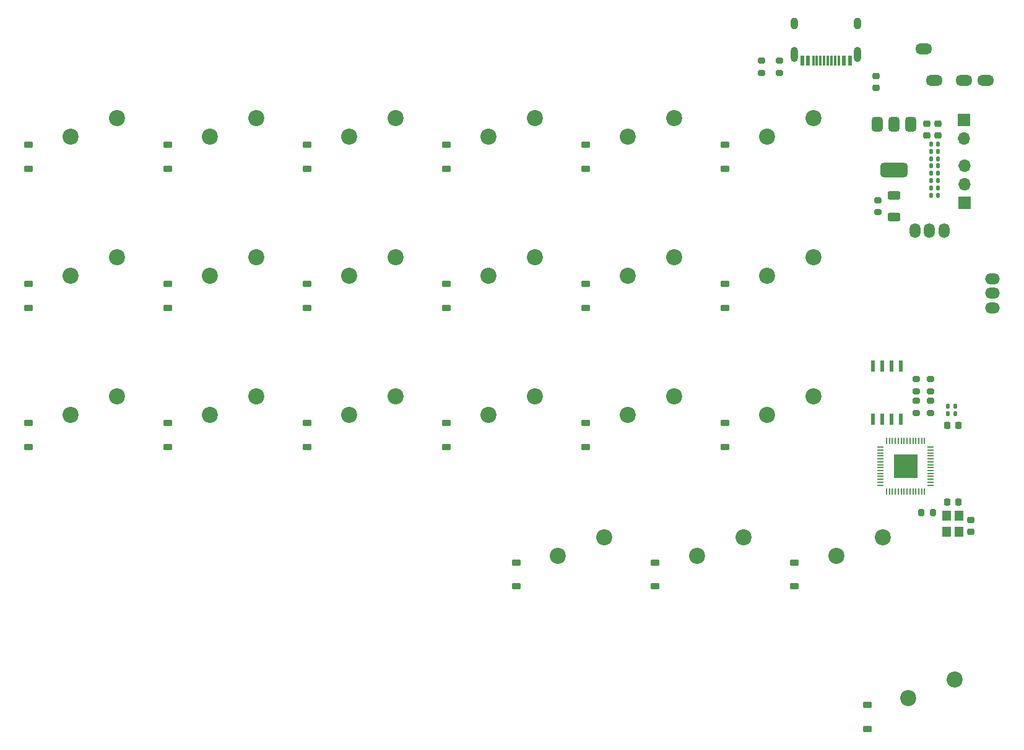
<source format=gbr>
%TF.GenerationSoftware,KiCad,Pcbnew,9.0.0*%
%TF.CreationDate,2025-03-25T03:22:16+09:00*%
%TF.ProjectId,keyboard,6b657962-6f61-4726-942e-6b696361645f,rev?*%
%TF.SameCoordinates,Original*%
%TF.FileFunction,Soldermask,Top*%
%TF.FilePolarity,Negative*%
%FSLAX46Y46*%
G04 Gerber Fmt 4.6, Leading zero omitted, Abs format (unit mm)*
G04 Created by KiCad (PCBNEW 9.0.0) date 2025-03-25 03:22:16*
%MOMM*%
%LPD*%
G01*
G04 APERTURE LIST*
G04 Aperture macros list*
%AMRoundRect*
0 Rectangle with rounded corners*
0 $1 Rounding radius*
0 $2 $3 $4 $5 $6 $7 $8 $9 X,Y pos of 4 corners*
0 Add a 4 corners polygon primitive as box body*
4,1,4,$2,$3,$4,$5,$6,$7,$8,$9,$2,$3,0*
0 Add four circle primitives for the rounded corners*
1,1,$1+$1,$2,$3*
1,1,$1+$1,$4,$5*
1,1,$1+$1,$6,$7*
1,1,$1+$1,$8,$9*
0 Add four rect primitives between the rounded corners*
20,1,$1+$1,$2,$3,$4,$5,0*
20,1,$1+$1,$4,$5,$6,$7,0*
20,1,$1+$1,$6,$7,$8,$9,0*
20,1,$1+$1,$8,$9,$2,$3,0*%
G04 Aperture macros list end*
%ADD10RoundRect,0.225000X-0.250000X0.225000X-0.250000X-0.225000X0.250000X-0.225000X0.250000X0.225000X0*%
%ADD11RoundRect,0.225000X0.375000X-0.225000X0.375000X0.225000X-0.375000X0.225000X-0.375000X-0.225000X0*%
%ADD12C,2.200000*%
%ADD13RoundRect,0.250000X0.625000X-0.312500X0.625000X0.312500X-0.625000X0.312500X-0.625000X-0.312500X0*%
%ADD14RoundRect,0.140000X-0.140000X-0.170000X0.140000X-0.170000X0.140000X0.170000X-0.140000X0.170000X0*%
%ADD15O,1.500000X2.000000*%
%ADD16O,2.000000X1.500000*%
%ADD17RoundRect,0.375000X-0.375000X0.625000X-0.375000X-0.625000X0.375000X-0.625000X0.375000X0.625000X0*%
%ADD18RoundRect,0.500000X-1.400000X0.500000X-1.400000X-0.500000X1.400000X-0.500000X1.400000X0.500000X0*%
%ADD19RoundRect,0.200000X0.275000X-0.200000X0.275000X0.200000X-0.275000X0.200000X-0.275000X-0.200000X0*%
%ADD20RoundRect,0.200000X-0.275000X0.200000X-0.275000X-0.200000X0.275000X-0.200000X0.275000X0.200000X0*%
%ADD21R,0.533400X1.524000*%
%ADD22RoundRect,0.225000X0.250000X-0.225000X0.250000X0.225000X-0.250000X0.225000X-0.250000X-0.225000X0*%
%ADD23RoundRect,0.200000X0.200000X0.275000X-0.200000X0.275000X-0.200000X-0.275000X0.200000X-0.275000X0*%
%ADD24R,0.600000X1.450000*%
%ADD25R,0.300000X1.450000*%
%ADD26O,1.000000X2.100000*%
%ADD27O,1.000000X1.600000*%
%ADD28RoundRect,0.050000X-0.387500X-0.050000X0.387500X-0.050000X0.387500X0.050000X-0.387500X0.050000X0*%
%ADD29RoundRect,0.050000X-0.050000X-0.387500X0.050000X-0.387500X0.050000X0.387500X-0.050000X0.387500X0*%
%ADD30R,3.200000X3.200000*%
%ADD31R,1.700000X1.700000*%
%ADD32O,1.700000X1.700000*%
%ADD33O,2.300000X1.500000*%
%ADD34RoundRect,0.225000X-0.225000X-0.250000X0.225000X-0.250000X0.225000X0.250000X-0.225000X0.250000X0*%
%ADD35RoundRect,0.225000X0.225000X0.250000X-0.225000X0.250000X-0.225000X-0.250000X0.225000X-0.250000X0*%
%ADD36R,1.200000X1.400000*%
G04 APERTURE END LIST*
D10*
%TO.C,C15*%
X205500000Y-114500000D03*
X205500000Y-116050000D03*
%TD*%
D11*
%TO.C,D12*%
X171901000Y-85399000D03*
X171901000Y-82099000D03*
%TD*%
%TO.C,D9*%
X114751000Y-85399000D03*
X114751000Y-82099000D03*
%TD*%
D12*
%TO.C,SW12*%
X183971000Y-78474000D03*
X177621000Y-81014000D03*
%TD*%
D13*
%TO.C,R5*%
X195000000Y-72962500D03*
X195000000Y-70037500D03*
%TD*%
D11*
%TO.C,D6*%
X171901000Y-66349000D03*
X171901000Y-63049000D03*
%TD*%
D12*
%TO.C,SW14*%
X107771000Y-97524000D03*
X101421000Y-100064000D03*
%TD*%
D11*
%TO.C,D20*%
X162321000Y-123574000D03*
X162321000Y-120274000D03*
%TD*%
%TO.C,D3*%
X114751000Y-66349000D03*
X114751000Y-63049000D03*
%TD*%
D14*
%TO.C,C11*%
X202356515Y-99934649D03*
X203316515Y-99934649D03*
%TD*%
D15*
%TO.C,J5*%
X201821000Y-74824000D03*
D16*
X208421000Y-85424000D03*
D15*
X199821000Y-74824000D03*
X197821000Y-74824000D03*
D16*
X208421000Y-81424000D03*
X208421000Y-83424000D03*
%TD*%
D12*
%TO.C,SW18*%
X183971000Y-97524000D03*
X177621000Y-100064000D03*
%TD*%
D11*
%TO.C,D13*%
X76651000Y-104449000D03*
X76651000Y-101149000D03*
%TD*%
D17*
%TO.C,U2*%
X197300000Y-60274000D03*
X195000000Y-60274000D03*
D18*
X195000000Y-66574000D03*
D17*
X192700000Y-60274000D03*
%TD*%
D19*
%TO.C,R9*%
X200000000Y-99825000D03*
X200000000Y-98175000D03*
%TD*%
D20*
%TO.C,R2*%
X176821000Y-51599000D03*
X176821000Y-53249000D03*
%TD*%
D11*
%TO.C,D1*%
X76651000Y-66394000D03*
X76651000Y-63094000D03*
%TD*%
D21*
%TO.C,U3*%
X192095000Y-100644900D03*
X193365000Y-100644900D03*
X194635000Y-100644900D03*
X195905000Y-100644900D03*
X195905000Y-93355100D03*
X194635000Y-93355100D03*
X193365000Y-93355100D03*
X192095000Y-93355100D03*
%TD*%
D12*
%TO.C,SW17*%
X164921000Y-97524000D03*
X158571000Y-100064000D03*
%TD*%
D22*
%TO.C,C10*%
X201000000Y-61775000D03*
X201000000Y-60225000D03*
%TD*%
D23*
%TO.C,R7*%
X200325000Y-113500000D03*
X198675000Y-113500000D03*
%TD*%
D11*
%TO.C,D21*%
X181321000Y-123574000D03*
X181321000Y-120274000D03*
%TD*%
D12*
%TO.C,SW20*%
X174411000Y-116844000D03*
X168061000Y-119384000D03*
%TD*%
%TO.C,SW1*%
X88721000Y-59424000D03*
X82371000Y-61964000D03*
%TD*%
D14*
%TO.C,C4*%
X200020000Y-67000000D03*
X200980000Y-67000000D03*
%TD*%
D24*
%TO.C,J1*%
X188930000Y-51595000D03*
X188130000Y-51595000D03*
D25*
X186930000Y-51595000D03*
X185930000Y-51595000D03*
X185430000Y-51595000D03*
X184430000Y-51595000D03*
D24*
X183230000Y-51595000D03*
X182430000Y-51595000D03*
X182430000Y-51595000D03*
X183230000Y-51595000D03*
D25*
X183930000Y-51595000D03*
X184930000Y-51595000D03*
X186430000Y-51595000D03*
X187430000Y-51595000D03*
D24*
X188130000Y-51595000D03*
X188930000Y-51595000D03*
D26*
X190000000Y-50680000D03*
D27*
X190000000Y-46500000D03*
D26*
X181360000Y-50680000D03*
D27*
X181360000Y-46500000D03*
%TD*%
D14*
%TO.C,C14*%
X200020000Y-66000000D03*
X200980000Y-66000000D03*
%TD*%
D12*
%TO.C,SW11*%
X164921000Y-78474000D03*
X158571000Y-81014000D03*
%TD*%
D11*
%TO.C,D17*%
X152851000Y-104449000D03*
X152851000Y-101149000D03*
%TD*%
%TO.C,D5*%
X152851000Y-66349000D03*
X152851000Y-63049000D03*
%TD*%
%TO.C,D19*%
X143321000Y-123574000D03*
X143321000Y-120274000D03*
%TD*%
D20*
%TO.C,R1*%
X179321000Y-51599000D03*
X179321000Y-53249000D03*
%TD*%
D12*
%TO.C,SW9*%
X126821000Y-78474000D03*
X120471000Y-81014000D03*
%TD*%
%TO.C,SW10*%
X145871000Y-78474000D03*
X139521000Y-81014000D03*
%TD*%
D19*
%TO.C,R8*%
X198000000Y-99825000D03*
X198000000Y-98175000D03*
%TD*%
D11*
%TO.C,D11*%
X152851000Y-85399000D03*
X152851000Y-82099000D03*
%TD*%
D12*
%TO.C,SW15*%
X126821000Y-97524000D03*
X120471000Y-100064000D03*
%TD*%
D11*
%TO.C,D4*%
X133801000Y-66349000D03*
X133801000Y-63049000D03*
%TD*%
D12*
%TO.C,SW5*%
X164921000Y-59424000D03*
X158571000Y-61964000D03*
%TD*%
D14*
%TO.C,C6*%
X200020000Y-69000000D03*
X200980000Y-69000000D03*
%TD*%
D28*
%TO.C,U1*%
X193125000Y-104500000D03*
X193125000Y-104900000D03*
X193125000Y-105300000D03*
X193125000Y-105700000D03*
X193125000Y-106100000D03*
X193125000Y-106500000D03*
X193125000Y-106900000D03*
X193125000Y-107300000D03*
X193125000Y-107700000D03*
X193125000Y-108100000D03*
X193125000Y-108500000D03*
X193125000Y-108900000D03*
X193125000Y-109300000D03*
X193125000Y-109700000D03*
D29*
X193962500Y-110537500D03*
X194362500Y-110537500D03*
X194762500Y-110537500D03*
X195162500Y-110537500D03*
X195562500Y-110537500D03*
X195962500Y-110537500D03*
X196362500Y-110537500D03*
X196762500Y-110537500D03*
X197162500Y-110537500D03*
X197562500Y-110537500D03*
X197962500Y-110537500D03*
X198362500Y-110537500D03*
X198762500Y-110537500D03*
X199162500Y-110537500D03*
D28*
X200000000Y-109700000D03*
X200000000Y-109300000D03*
X200000000Y-108900000D03*
X200000000Y-108500000D03*
X200000000Y-108100000D03*
X200000000Y-107700000D03*
X200000000Y-107300000D03*
X200000000Y-106900000D03*
X200000000Y-106500000D03*
X200000000Y-106100000D03*
X200000000Y-105700000D03*
X200000000Y-105300000D03*
X200000000Y-104900000D03*
X200000000Y-104500000D03*
D29*
X199162500Y-103662500D03*
X198762500Y-103662500D03*
X198362500Y-103662500D03*
X197962500Y-103662500D03*
X197562500Y-103662500D03*
X197162500Y-103662500D03*
X196762500Y-103662500D03*
X196362500Y-103662500D03*
X195962500Y-103662500D03*
X195562500Y-103662500D03*
X195162500Y-103662500D03*
X194762500Y-103662500D03*
X194362500Y-103662500D03*
X193962500Y-103662500D03*
D30*
X196562500Y-107100000D03*
%TD*%
D31*
%TO.C,J3*%
X204500000Y-59725000D03*
D32*
X204500000Y-62265000D03*
%TD*%
D19*
%TO.C,R3*%
X200000000Y-96825000D03*
X200000000Y-95175000D03*
%TD*%
D11*
%TO.C,D7*%
X76651000Y-85399000D03*
X76651000Y-82099000D03*
%TD*%
D12*
%TO.C,SW13*%
X88721000Y-97524000D03*
X82371000Y-100064000D03*
%TD*%
D11*
%TO.C,D18*%
X171901000Y-104449000D03*
X171901000Y-101149000D03*
%TD*%
%TO.C,D15*%
X114751000Y-104449000D03*
X114751000Y-101149000D03*
%TD*%
D12*
%TO.C,SW2*%
X107771000Y-59424000D03*
X101421000Y-61964000D03*
%TD*%
D33*
%TO.C,J4*%
X204500000Y-54300000D03*
X207500000Y-54300000D03*
X199000000Y-50000000D03*
X200500000Y-54300000D03*
%TD*%
D14*
%TO.C,C12*%
X202356515Y-98934649D03*
X203316515Y-98934649D03*
%TD*%
D11*
%TO.C,D8*%
X95701000Y-85399000D03*
X95701000Y-82099000D03*
%TD*%
%TO.C,D2*%
X95701000Y-66349000D03*
X95701000Y-63049000D03*
%TD*%
D12*
%TO.C,SW3*%
X126821000Y-59424000D03*
X120471000Y-61964000D03*
%TD*%
D22*
%TO.C,C2*%
X199500000Y-61775000D03*
X199500000Y-60225000D03*
%TD*%
D14*
%TO.C,C9*%
X200020000Y-64000000D03*
X200980000Y-64000000D03*
%TD*%
D12*
%TO.C,SW4*%
X145871000Y-59424000D03*
X139521000Y-61964000D03*
%TD*%
%TO.C,SW6*%
X183971000Y-59424000D03*
X177621000Y-61964000D03*
%TD*%
%TO.C,SW8*%
X107771000Y-78474000D03*
X101421000Y-81014000D03*
%TD*%
D34*
%TO.C,C13*%
X202260515Y-101510649D03*
X203810515Y-101510649D03*
%TD*%
D14*
%TO.C,C8*%
X200020000Y-68000000D03*
X200980000Y-68000000D03*
%TD*%
D11*
%TO.C,D22*%
X191321000Y-143074000D03*
X191321000Y-139774000D03*
%TD*%
D14*
%TO.C,C3*%
X200020000Y-63000000D03*
X200980000Y-63000000D03*
%TD*%
D22*
%TO.C,C1*%
X192500000Y-55275000D03*
X192500000Y-53725000D03*
%TD*%
D12*
%TO.C,SW22*%
X203281000Y-136344000D03*
X196931000Y-138884000D03*
%TD*%
D35*
%TO.C,C16*%
X203775000Y-112000000D03*
X202225000Y-112000000D03*
%TD*%
D11*
%TO.C,D16*%
X133801000Y-104449000D03*
X133801000Y-101149000D03*
%TD*%
D19*
%TO.C,R4*%
X198000000Y-96825000D03*
X198000000Y-95175000D03*
%TD*%
D11*
%TO.C,D10*%
X133801000Y-85399000D03*
X133801000Y-82099000D03*
%TD*%
D19*
%TO.C,R6*%
X192750000Y-72325000D03*
X192750000Y-70675000D03*
%TD*%
D31*
%TO.C,J2*%
X204600000Y-71025000D03*
D32*
X204600000Y-68485000D03*
X204600000Y-65945000D03*
%TD*%
D11*
%TO.C,D14*%
X95701000Y-104449000D03*
X95701000Y-101149000D03*
%TD*%
D14*
%TO.C,C5*%
X200020000Y-70000000D03*
X200980000Y-70000000D03*
%TD*%
D36*
%TO.C,Y1*%
X203850000Y-116100000D03*
X203850000Y-113900000D03*
X202150000Y-113900000D03*
X202150000Y-116100000D03*
%TD*%
D12*
%TO.C,SW19*%
X155361000Y-116844000D03*
X149011000Y-119384000D03*
%TD*%
%TO.C,SW7*%
X88721000Y-78474000D03*
X82371000Y-81014000D03*
%TD*%
%TO.C,SW16*%
X145871000Y-97524000D03*
X139521000Y-100064000D03*
%TD*%
%TO.C,SW21*%
X193461000Y-116844000D03*
X187111000Y-119384000D03*
%TD*%
D14*
%TO.C,C7*%
X200020000Y-65000000D03*
X200980000Y-65000000D03*
%TD*%
M02*

</source>
